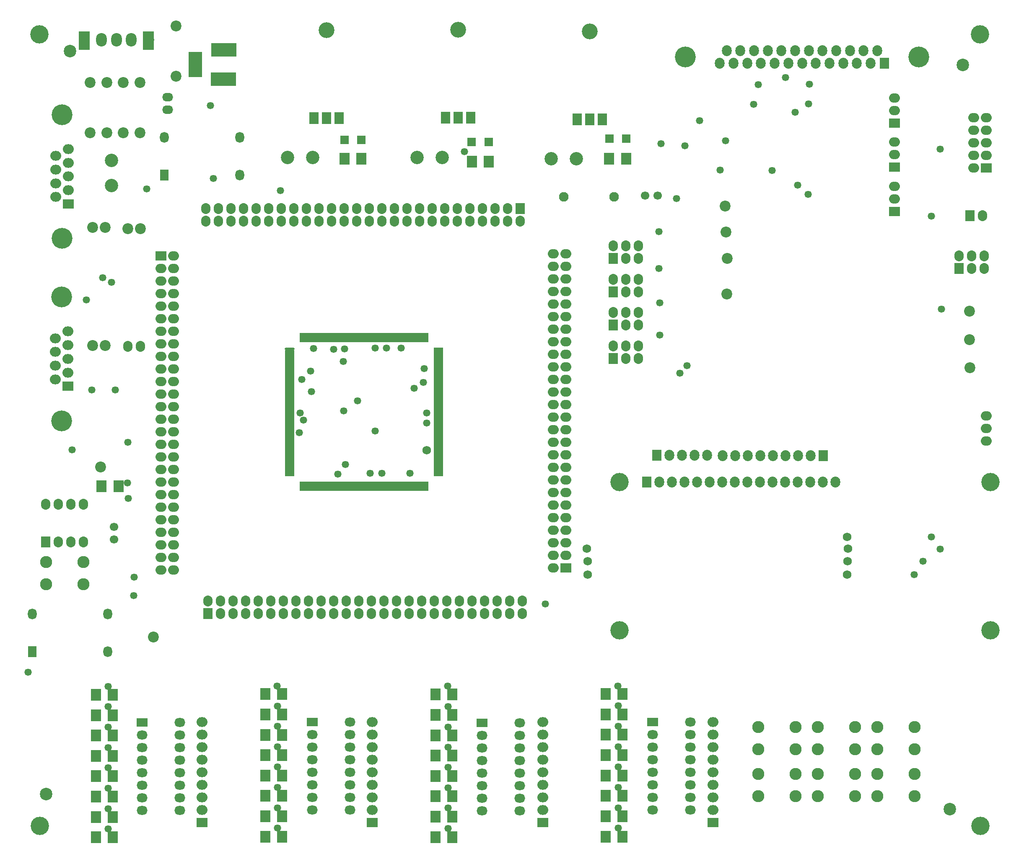
<source format=gts>
%FSLAX42Y42*%
%MOMM*%
G71*
G01*
G75*
%ADD10C,0.20*%
%ADD11R,1.90X2.29*%
%ADD12R,1.52X1.52*%
%ADD13R,0.28X1.78*%
%ADD14R,1.78X0.28*%
%ADD15R,1.78X0.28*%
%ADD16O,1.78X0.28*%
%ADD17C,1.00*%
%ADD18C,0.40*%
%ADD19C,0.50*%
%ADD20C,0.80*%
%ADD21C,0.70*%
%ADD22C,0.20*%
%ADD23C,0.25*%
%ADD24C,0.30*%
%ADD25C,1.00*%
%ADD26C,0.70*%
%ADD27C,0.65*%
%ADD28O,2.00X1.50*%
%ADD29C,2.00*%
%ADD30C,4.00*%
%ADD31O,1.75X2.00*%
%ADD32R,1.75X2.00*%
%ADD33O,2.00X1.70*%
%ADD34O,2.00X1.70*%
%ADD35R,2.00X1.70*%
%ADD36C,1.52*%
%ADD37R,1.70X2.00*%
%ADD38O,1.70X2.00*%
%ADD39O,1.60X2.00*%
%ADD40R,1.60X2.00*%
%ADD41R,1.70X2.00*%
%ADD42O,1.70X2.00*%
%ADD43C,1.50*%
%ADD44R,2.00X1.75*%
%ADD45O,2.00X1.75*%
%ADD46O,2.00X1.60*%
%ADD47R,2.00X1.60*%
%ADD48O,2.00X1.60*%
%ADD49R,1.75X2.00*%
%ADD50O,1.75X2.00*%
%ADD51C,3.50*%
%ADD52C,3.50*%
%ADD53C,2.25*%
%ADD54C,3.50*%
%ADD55C,2.50*%
%ADD56C,1.75*%
%ADD57C,1.50*%
%ADD58R,1.75X2.20*%
%ADD59R,1.75X2.20*%
%ADD60C,3.00*%
%ADD61R,5.00X2.50*%
%ADD62R,2.50X5.00*%
%ADD63C,2.00*%
%ADD64R,2.00X2.00*%
%ADD65O,2.00X2.50*%
%ADD66C,1.27*%
%ADD67R,0.91X0.91*%
%ADD68R,0.91X1.27*%
%ADD69O,0.61X3.05*%
%ADD70O,0.61X6.10*%
%ADD71O,3.81X0.80*%
%ADD72C,0.30*%
%ADD73C,0.25*%
%ADD74C,0.31*%
%ADD75C,0.54*%
%ADD76C,0.35*%
%ADD77R,2.11X2.49*%
%ADD78R,1.73X1.73*%
%ADD79R,0.48X1.98*%
%ADD80R,1.98X0.48*%
%ADD81R,1.98X0.48*%
%ADD82O,1.98X0.48*%
%ADD83O,2.20X1.70*%
%ADD84C,2.20*%
%ADD85C,4.20*%
%ADD86O,1.95X2.20*%
%ADD87R,1.95X2.20*%
%ADD88O,2.20X1.90*%
%ADD89O,2.20X1.90*%
%ADD90R,2.20X1.90*%
%ADD91C,1.73*%
%ADD92R,1.90X2.20*%
%ADD93O,1.90X2.20*%
%ADD94O,1.80X2.20*%
%ADD95R,1.80X2.20*%
%ADD96R,1.90X2.20*%
%ADD97O,1.90X2.20*%
%ADD98C,1.70*%
%ADD99R,2.20X1.95*%
%ADD100O,2.20X1.95*%
%ADD101O,2.20X1.80*%
%ADD102R,2.20X1.80*%
%ADD103O,2.20X1.80*%
%ADD104R,1.95X2.20*%
%ADD105O,1.95X2.20*%
%ADD106C,3.70*%
%ADD107C,3.70*%
%ADD108C,2.45*%
%ADD109C,3.70*%
%ADD110C,2.70*%
%ADD111C,1.95*%
%ADD112C,1.70*%
%ADD113R,1.95X2.40*%
%ADD114R,1.95X2.40*%
%ADD115C,3.20*%
%ADD116R,5.20X2.70*%
%ADD117R,2.70X5.20*%
%ADD118C,2.53*%
%ADD119C,2.20*%
%ADD120R,2.20X2.20*%
%ADD121O,2.20X2.70*%
%ADD122C,1.47*%
D77*
X23829Y12512D02*
D03*
X24172D02*
D03*
X16972Y14975D02*
D03*
X17315D02*
D03*
Y14564D02*
D03*
Y14152D02*
D03*
Y13741D02*
D03*
Y13329D02*
D03*
Y12918D02*
D03*
Y12506D02*
D03*
Y12095D02*
D03*
X20737Y14988D02*
D03*
Y14577D02*
D03*
Y14165D02*
D03*
Y13754D02*
D03*
Y13342D02*
D03*
Y12931D02*
D03*
Y12108D02*
D03*
X24172Y14980D02*
D03*
Y14569D02*
D03*
Y14157D02*
D03*
Y13746D02*
D03*
Y13334D02*
D03*
Y12923D02*
D03*
Y12100D02*
D03*
X27611Y14990D02*
D03*
Y14578D02*
D03*
Y14167D02*
D03*
Y13755D02*
D03*
Y13344D02*
D03*
Y12932D02*
D03*
Y12521D02*
D03*
Y12109D02*
D03*
X20394Y14577D02*
D03*
Y14165D02*
D03*
Y13754D02*
D03*
Y13342D02*
D03*
Y12931D02*
D03*
Y12108D02*
D03*
X23829Y14980D02*
D03*
Y14569D02*
D03*
Y14157D02*
D03*
Y13746D02*
D03*
Y13334D02*
D03*
Y12923D02*
D03*
Y12100D02*
D03*
X27268Y14990D02*
D03*
Y14578D02*
D03*
Y14167D02*
D03*
Y13755D02*
D03*
Y13344D02*
D03*
X16972Y14564D02*
D03*
X27268Y12932D02*
D03*
Y12521D02*
D03*
Y12109D02*
D03*
X16972Y14152D02*
D03*
Y13741D02*
D03*
Y13329D02*
D03*
Y12918D02*
D03*
Y12506D02*
D03*
Y12095D02*
D03*
X20394Y14988D02*
D03*
Y12519D02*
D03*
X20737D02*
D03*
X24566Y25755D02*
D03*
X24909D02*
D03*
X27341Y25814D02*
D03*
X27684D02*
D03*
X21994Y25814D02*
D03*
X22337D02*
D03*
X17084Y19189D02*
D03*
X17427D02*
D03*
D78*
X27686Y26217D02*
D03*
X24906Y26152D02*
D03*
X27343Y26217D02*
D03*
X24563Y26152D02*
D03*
X22337Y26194D02*
D03*
X21994D02*
D03*
D79*
X21112Y22199D02*
D03*
X21162D02*
D03*
X21212D02*
D03*
X21262D02*
D03*
X21312D02*
D03*
X21362D02*
D03*
X21412D02*
D03*
X21462D02*
D03*
X21512D02*
D03*
X21562D02*
D03*
X21612D02*
D03*
X21662D02*
D03*
X21712D02*
D03*
X21762D02*
D03*
X21812D02*
D03*
X21862D02*
D03*
X21912D02*
D03*
X21962D02*
D03*
X22012D02*
D03*
X22062D02*
D03*
X22112D02*
D03*
X22162D02*
D03*
X22212D02*
D03*
X22262D02*
D03*
X22312D02*
D03*
X22362D02*
D03*
X22412D02*
D03*
X22462D02*
D03*
X22512D02*
D03*
X22562D02*
D03*
X22612D02*
D03*
X22662D02*
D03*
X22712D02*
D03*
X22762D02*
D03*
X22812D02*
D03*
X22862D02*
D03*
X22912D02*
D03*
X22962D02*
D03*
X23012D02*
D03*
X23062D02*
D03*
X23112D02*
D03*
X23162D02*
D03*
X23212D02*
D03*
X23262D02*
D03*
X23312D02*
D03*
X23362D02*
D03*
X23412D02*
D03*
X23462D02*
D03*
X23512D02*
D03*
X23562D02*
D03*
X23612D02*
D03*
X23662D02*
D03*
Y19192D02*
D03*
X23612D02*
D03*
X23562D02*
D03*
X23512D02*
D03*
X23462D02*
D03*
X23412D02*
D03*
X23362D02*
D03*
X23312D02*
D03*
X23262D02*
D03*
X23212D02*
D03*
X23162D02*
D03*
X23112D02*
D03*
X23062D02*
D03*
X23012D02*
D03*
X22962D02*
D03*
X22912D02*
D03*
X22862D02*
D03*
X22812D02*
D03*
X22762D02*
D03*
X22712D02*
D03*
X22662D02*
D03*
X22612D02*
D03*
X22562D02*
D03*
X22512D02*
D03*
X22462D02*
D03*
X22412D02*
D03*
X22362D02*
D03*
X22312D02*
D03*
X22262D02*
D03*
X22212D02*
D03*
X22162D02*
D03*
X22112D02*
D03*
X22062D02*
D03*
X22012D02*
D03*
X21962D02*
D03*
X21912D02*
D03*
X21862D02*
D03*
X21812D02*
D03*
X21762D02*
D03*
X21712D02*
D03*
X21662D02*
D03*
X21612D02*
D03*
X21562D02*
D03*
X21512D02*
D03*
X21462D02*
D03*
X21412D02*
D03*
X21362D02*
D03*
X21312D02*
D03*
X21262D02*
D03*
X21212D02*
D03*
X21162D02*
D03*
X21112D02*
D03*
D80*
X23890Y21971D02*
D03*
Y21921D02*
D03*
Y21871D02*
D03*
Y21821D02*
D03*
Y21771D02*
D03*
Y21721D02*
D03*
Y21671D02*
D03*
Y21621D02*
D03*
Y21571D02*
D03*
Y21521D02*
D03*
Y21471D02*
D03*
Y21421D02*
D03*
Y21371D02*
D03*
Y21321D02*
D03*
Y21271D02*
D03*
Y21221D02*
D03*
Y21171D02*
D03*
Y21121D02*
D03*
Y20971D02*
D03*
Y20921D02*
D03*
Y20871D02*
D03*
Y20821D02*
D03*
Y20771D02*
D03*
Y20721D02*
D03*
Y20671D02*
D03*
Y20621D02*
D03*
Y20571D02*
D03*
Y20521D02*
D03*
Y20471D02*
D03*
Y20321D02*
D03*
Y20271D02*
D03*
Y20221D02*
D03*
Y20171D02*
D03*
Y20121D02*
D03*
Y20071D02*
D03*
Y20021D02*
D03*
Y19971D02*
D03*
Y19921D02*
D03*
Y19871D02*
D03*
Y19821D02*
D03*
Y19771D02*
D03*
Y19721D02*
D03*
Y19671D02*
D03*
Y19621D02*
D03*
Y19571D02*
D03*
Y19521D02*
D03*
Y19471D02*
D03*
Y19421D02*
D03*
X20883D02*
D03*
Y19471D02*
D03*
Y19521D02*
D03*
Y19571D02*
D03*
Y19621D02*
D03*
Y19671D02*
D03*
Y19721D02*
D03*
Y19771D02*
D03*
Y19821D02*
D03*
Y19871D02*
D03*
Y19921D02*
D03*
Y19971D02*
D03*
Y20021D02*
D03*
Y20071D02*
D03*
Y20121D02*
D03*
Y20171D02*
D03*
Y20221D02*
D03*
Y20271D02*
D03*
Y20321D02*
D03*
Y20371D02*
D03*
Y20421D02*
D03*
Y20471D02*
D03*
Y20521D02*
D03*
Y20571D02*
D03*
Y20621D02*
D03*
Y20671D02*
D03*
Y20721D02*
D03*
Y20771D02*
D03*
Y20821D02*
D03*
Y20871D02*
D03*
Y20921D02*
D03*
Y20971D02*
D03*
Y21021D02*
D03*
Y21071D02*
D03*
Y21121D02*
D03*
Y21171D02*
D03*
Y21221D02*
D03*
Y21271D02*
D03*
Y21321D02*
D03*
Y21371D02*
D03*
Y21421D02*
D03*
Y21471D02*
D03*
Y21521D02*
D03*
Y21571D02*
D03*
Y21621D02*
D03*
Y21671D02*
D03*
Y21721D02*
D03*
Y21771D02*
D03*
Y21821D02*
D03*
Y21871D02*
D03*
Y21921D02*
D03*
D81*
X23890Y21071D02*
D03*
Y21021D02*
D03*
Y20421D02*
D03*
Y20371D02*
D03*
D82*
X20883Y21971D02*
D03*
D83*
X18418Y27053D02*
D03*
Y26807D02*
D03*
D84*
X18593Y28497D02*
D03*
Y27481D02*
D03*
X17527Y26339D02*
D03*
Y27355D02*
D03*
X17862Y26339D02*
D03*
Y27355D02*
D03*
X17191Y26339D02*
D03*
Y27355D02*
D03*
X16856Y26339D02*
D03*
Y27355D02*
D03*
X17157Y24421D02*
D03*
X16903Y24421D02*
D03*
X17867Y24399D02*
D03*
X17613D02*
D03*
X29719Y23080D02*
D03*
X29726Y23801D02*
D03*
X29703Y24330D02*
D03*
X29680Y24858D02*
D03*
X34621Y22727D02*
D03*
Y22155D02*
D03*
X34628Y21586D02*
D03*
X18136Y16143D02*
D03*
X17067Y19585D02*
D03*
X16903Y22034D02*
D03*
X17157D02*
D03*
D85*
X28876Y27871D02*
D03*
X33595D02*
D03*
X16285Y26705D02*
D03*
Y24201D02*
D03*
X16277Y23019D02*
D03*
Y20514D02*
D03*
D86*
X29712Y27998D02*
D03*
X29989D02*
D03*
X30266D02*
D03*
X30542D02*
D03*
X30819D02*
D03*
X31096D02*
D03*
X31373D02*
D03*
X31650D02*
D03*
X31927D02*
D03*
X32204D02*
D03*
X32480D02*
D03*
X32757D02*
D03*
X29575Y27744D02*
D03*
X29851D02*
D03*
X30128D02*
D03*
X30405D02*
D03*
X30682D02*
D03*
X30959D02*
D03*
X31236D02*
D03*
X31513D02*
D03*
X31790D02*
D03*
X32066D02*
D03*
X32343D02*
D03*
X32620D02*
D03*
X29635Y19813D02*
D03*
X29889D02*
D03*
X30143D02*
D03*
X30397D02*
D03*
X30651D02*
D03*
X30905D02*
D03*
X31159D02*
D03*
X31413D02*
D03*
X28556Y19817D02*
D03*
X28810D02*
D03*
X29064D02*
D03*
X29318D02*
D03*
D87*
X32897Y27744D02*
D03*
X31667Y19813D02*
D03*
X28302Y19817D02*
D03*
D88*
X34959Y20363D02*
D03*
Y20109D02*
D03*
X26467Y17795D02*
D03*
Y18303D02*
D03*
X26213D02*
D03*
X26467Y18557D02*
D03*
X26213D02*
D03*
X26467Y18811D02*
D03*
X26213Y18811D02*
D03*
X26467Y19065D02*
D03*
X26213D02*
D03*
X26467Y19319D02*
D03*
X26213D02*
D03*
X26467Y19573D02*
D03*
X26213Y19827D02*
D03*
X26467Y20081D02*
D03*
Y20335D02*
D03*
X26213D02*
D03*
X26467Y20589D02*
D03*
Y20843D02*
D03*
X26213D02*
D03*
X26467Y21097D02*
D03*
X26213D02*
D03*
X26467Y21351D02*
D03*
X26213D02*
D03*
X26467Y21605D02*
D03*
X26213D02*
D03*
X26467Y21859D02*
D03*
Y22367D02*
D03*
X26213D02*
D03*
X26467Y22621D02*
D03*
X26213D02*
D03*
X26467Y22875D02*
D03*
X26213D02*
D03*
X26467Y23129D02*
D03*
X26213D02*
D03*
X26467Y23383D02*
D03*
X26213D02*
D03*
X26467Y23637D02*
D03*
X26213Y17795D02*
D03*
X26467Y18049D02*
D03*
Y19827D02*
D03*
X26213Y21859D02*
D03*
Y23637D02*
D03*
Y20081D02*
D03*
Y22113D02*
D03*
Y19573D02*
D03*
Y20589D02*
D03*
X26467Y22113D02*
D03*
Y23891D02*
D03*
X26213D02*
D03*
Y18049D02*
D03*
Y17541D02*
D03*
X34703Y25883D02*
D03*
X18544Y23852D02*
D03*
X18290Y23598D02*
D03*
X18544D02*
D03*
X18290Y23344D02*
D03*
X18544D02*
D03*
X18290Y23090D02*
D03*
X18544D02*
D03*
X18290Y22836D02*
D03*
X18544D02*
D03*
X18290Y22582D02*
D03*
X18544D02*
D03*
X18290Y22328D02*
D03*
X18544D02*
D03*
X18290Y22074D02*
D03*
X18290Y21566D02*
D03*
X18544D02*
D03*
X18290Y21312D02*
D03*
X18544D02*
D03*
X18290Y21058D02*
D03*
X18544D02*
D03*
Y20804D02*
D03*
Y20550D02*
D03*
Y20296D02*
D03*
X18290Y20042D02*
D03*
X18544D02*
D03*
X18290Y19788D02*
D03*
X18544D02*
D03*
X18290Y19534D02*
D03*
X18544Y19534D02*
D03*
X18290Y19280D02*
D03*
X18544D02*
D03*
X18290Y19026D02*
D03*
X18544Y18772D02*
D03*
X18290Y18518D02*
D03*
X18544D02*
D03*
X18290Y18264D02*
D03*
X18544D02*
D03*
X18290Y18010D02*
D03*
X18544D02*
D03*
X18290Y17756D02*
D03*
X33100Y24998D02*
D03*
Y25252D02*
D03*
Y26788D02*
D03*
X34957Y26645D02*
D03*
X33100Y27042D02*
D03*
X34957Y25883D02*
D03*
X33100Y25893D02*
D03*
X34957Y26137D02*
D03*
X33100Y26147D02*
D03*
X34703Y26391D02*
D03*
X18544Y21820D02*
D03*
Y19026D02*
D03*
Y17756D02*
D03*
Y22074D02*
D03*
X18290Y20550D02*
D03*
X34703Y26645D02*
D03*
Y25629D02*
D03*
X18290Y21820D02*
D03*
Y20804D02*
D03*
Y20296D02*
D03*
Y18772D02*
D03*
Y17502D02*
D03*
X18544Y17502D02*
D03*
X34703Y26137D02*
D03*
X34957Y26391D02*
D03*
D89*
X34959Y20617D02*
D03*
D90*
X26467Y17541D02*
D03*
X34957Y25629D02*
D03*
X33100Y24744D02*
D03*
Y26534D02*
D03*
Y25639D02*
D03*
X18290Y23852D02*
D03*
D91*
X32160Y17926D02*
D03*
X32144Y17406D02*
D03*
X32154Y17675D02*
D03*
X32142Y18168D02*
D03*
X26886Y17926D02*
D03*
X26902Y17675D02*
D03*
X26909Y17406D02*
D03*
X23653Y19920D02*
D03*
X19480Y27415D02*
D03*
X19642Y27415D02*
D03*
X19480Y28015D02*
D03*
X19655Y28015D02*
D03*
X18979Y27766D02*
D03*
Y27665D02*
D03*
D92*
X34630Y24659D02*
D03*
X19237Y16618D02*
D03*
X25540Y24802D02*
D03*
X27424Y23795D02*
D03*
Y21774D02*
D03*
Y22448D02*
D03*
Y23122D02*
D03*
X34410Y23590D02*
D03*
D93*
X34884Y24659D02*
D03*
X16723Y18826D02*
D03*
X16469D02*
D03*
X16215D02*
D03*
X15961D02*
D03*
X19745Y16618D02*
D03*
X34664Y23590D02*
D03*
X27678Y23795D02*
D03*
Y21774D02*
D03*
Y22448D02*
D03*
Y23122D02*
D03*
X19237Y16872D02*
D03*
X24825D02*
D03*
X25079Y16618D02*
D03*
X25540Y24548D02*
D03*
X25286Y24802D02*
D03*
Y24548D02*
D03*
X25032Y24802D02*
D03*
X24270Y24548D02*
D03*
X24016Y24802D02*
D03*
X23762Y24548D02*
D03*
X23508Y24802D02*
D03*
X21730Y24548D02*
D03*
X21476Y24802D02*
D03*
Y24548D02*
D03*
X20714D02*
D03*
X20460Y24802D02*
D03*
Y24548D02*
D03*
X20206Y24802D02*
D03*
X19952D02*
D03*
Y24548D02*
D03*
X19698Y24802D02*
D03*
Y24548D02*
D03*
X19444Y24802D02*
D03*
X23508Y24548D02*
D03*
X23254Y24548D02*
D03*
X19491Y16618D02*
D03*
X19444Y24548D02*
D03*
X24524Y24548D02*
D03*
X24270Y24802D02*
D03*
X23000Y24802D02*
D03*
X22746D02*
D03*
Y24548D02*
D03*
X22492Y24802D02*
D03*
Y24548D02*
D03*
X22238Y24802D02*
D03*
Y24548D02*
D03*
X21984Y24802D02*
D03*
X19745Y16872D02*
D03*
X19999Y16618D02*
D03*
Y16872D02*
D03*
X20253Y16618D02*
D03*
X20507D02*
D03*
Y16872D02*
D03*
X20761D02*
D03*
X21015Y16618D02*
D03*
Y16872D02*
D03*
X21269Y16618D02*
D03*
Y16872D02*
D03*
X21777Y16618D02*
D03*
Y16872D02*
D03*
X22031Y16618D02*
D03*
Y16872D02*
D03*
X22285Y16618D02*
D03*
X23254Y24802D02*
D03*
X24524Y24802D02*
D03*
X24778Y24548D02*
D03*
Y24802D02*
D03*
X19491Y16872D02*
D03*
X21222Y24548D02*
D03*
Y24802D02*
D03*
X22285Y16872D02*
D03*
X22539Y16618D02*
D03*
Y16872D02*
D03*
X22793D02*
D03*
X23047Y16618D02*
D03*
Y16872D02*
D03*
X23301Y16618D02*
D03*
Y16872D02*
D03*
X23555Y16618D02*
D03*
X23809Y16872D02*
D03*
X24063Y16618D02*
D03*
Y16872D02*
D03*
X24317Y16618D02*
D03*
Y16872D02*
D03*
X24571Y16618D02*
D03*
Y16872D02*
D03*
X25333Y16618D02*
D03*
Y16872D02*
D03*
X25587Y16618D02*
D03*
X20968Y24548D02*
D03*
Y24802D02*
D03*
X34918Y23590D02*
D03*
X24016Y24548D02*
D03*
X21984D02*
D03*
X20206D02*
D03*
X19190D02*
D03*
X27424Y24049D02*
D03*
X27678Y24049D02*
D03*
X27932Y24049D02*
D03*
X27424Y22028D02*
D03*
X27678D02*
D03*
X27932D02*
D03*
X20253Y16872D02*
D03*
X21523D02*
D03*
X23809Y16618D02*
D03*
X25587Y16872D02*
D03*
X27424Y22702D02*
D03*
X27678D02*
D03*
X27932D02*
D03*
X27424Y23376D02*
D03*
X27678D02*
D03*
X27932D02*
D03*
X21523Y16618D02*
D03*
X23555Y16872D02*
D03*
X23762Y24802D02*
D03*
X21730D02*
D03*
X27932Y23795D02*
D03*
Y21774D02*
D03*
Y22448D02*
D03*
Y23122D02*
D03*
X20761Y16618D02*
D03*
X22793D02*
D03*
X24825D02*
D03*
X25079Y16872D02*
D03*
X23000Y24548D02*
D03*
X20714Y24802D02*
D03*
X19190D02*
D03*
X25032Y24548D02*
D03*
X34410Y23844D02*
D03*
X34664D02*
D03*
X34918D02*
D03*
X17867Y22022D02*
D03*
X17613D02*
D03*
D94*
X15690Y16605D02*
D03*
X17214D02*
D03*
Y15843D02*
D03*
X18352Y26246D02*
D03*
X19876D02*
D03*
Y25484D02*
D03*
D95*
X15690Y15843D02*
D03*
X18352Y25484D02*
D03*
D96*
X15961Y18064D02*
D03*
D97*
X16215D02*
D03*
X16469D02*
D03*
X16723D02*
D03*
D98*
X17336Y18368D02*
D03*
Y18114D02*
D03*
D99*
X29434Y12394D02*
D03*
X25995D02*
D03*
X19117D02*
D03*
X22556D02*
D03*
X16412Y24899D02*
D03*
X16404Y21213D02*
D03*
D100*
X29434Y14426D02*
D03*
Y14172D02*
D03*
Y13918D02*
D03*
Y13664D02*
D03*
Y13410D02*
D03*
Y13156D02*
D03*
Y12902D02*
D03*
Y12648D02*
D03*
X25995Y14426D02*
D03*
Y14172D02*
D03*
Y13918D02*
D03*
Y13664D02*
D03*
Y13410D02*
D03*
Y13156D02*
D03*
Y12902D02*
D03*
Y12648D02*
D03*
X19117D02*
D03*
Y12902D02*
D03*
Y13156D02*
D03*
Y13410D02*
D03*
Y13664D02*
D03*
Y13918D02*
D03*
Y14172D02*
D03*
Y14426D02*
D03*
X22556Y12648D02*
D03*
Y12902D02*
D03*
Y13156D02*
D03*
Y13410D02*
D03*
Y13664D02*
D03*
Y13918D02*
D03*
Y14172D02*
D03*
Y14426D02*
D03*
X16158Y25870D02*
D03*
Y25593D02*
D03*
Y25316D02*
D03*
Y25039D02*
D03*
X16412Y26007D02*
D03*
Y25730D02*
D03*
Y25453D02*
D03*
Y25176D02*
D03*
X16150Y22183D02*
D03*
Y21906D02*
D03*
Y21629D02*
D03*
Y21352D02*
D03*
X16404Y22320D02*
D03*
Y22043D02*
D03*
Y21767D02*
D03*
Y21490D02*
D03*
D101*
X28214Y12649D02*
D03*
Y12903D02*
D03*
Y13157D02*
D03*
Y13411D02*
D03*
Y13665D02*
D03*
Y13919D02*
D03*
Y14173D02*
D03*
X28976Y14427D02*
D03*
Y14173D02*
D03*
Y13919D02*
D03*
Y13665D02*
D03*
Y13411D02*
D03*
Y13157D02*
D03*
Y12903D02*
D03*
X25531Y12883D02*
D03*
Y13137D02*
D03*
Y13391D02*
D03*
Y13645D02*
D03*
Y13899D02*
D03*
Y14153D02*
D03*
Y14407D02*
D03*
X24769Y14153D02*
D03*
Y13899D02*
D03*
Y13645D02*
D03*
Y13391D02*
D03*
Y13137D02*
D03*
Y12883D02*
D03*
Y12629D02*
D03*
X21340Y14172D02*
D03*
Y13918D02*
D03*
Y13664D02*
D03*
Y13410D02*
D03*
Y13156D02*
D03*
Y12902D02*
D03*
Y12648D02*
D03*
X22102Y12902D02*
D03*
Y13156D02*
D03*
Y13410D02*
D03*
Y13664D02*
D03*
Y13918D02*
D03*
Y14172D02*
D03*
Y14426D02*
D03*
X18666Y14420D02*
D03*
Y14166D02*
D03*
Y13912D02*
D03*
Y13658D02*
D03*
Y13404D02*
D03*
Y13150D02*
D03*
Y12896D02*
D03*
X17904D02*
D03*
Y13150D02*
D03*
Y13404D02*
D03*
Y13658D02*
D03*
Y13912D02*
D03*
Y14166D02*
D03*
D102*
X28214Y14427D02*
D03*
X24769Y14407D02*
D03*
X21340Y14426D02*
D03*
X17904Y14420D02*
D03*
D103*
X28976Y12649D02*
D03*
X25531Y12629D02*
D03*
X22102Y12648D02*
D03*
X18666Y12642D02*
D03*
X17904Y12642D02*
D03*
D104*
X28097Y19275D02*
D03*
D105*
X28351D02*
D03*
X28605D02*
D03*
X28859D02*
D03*
X29113D02*
D03*
X29367D02*
D03*
X29621D02*
D03*
X29875D02*
D03*
X30129D02*
D03*
X30383D02*
D03*
X30637D02*
D03*
X30891D02*
D03*
X31145D02*
D03*
X31399D02*
D03*
X31653D02*
D03*
X31907D02*
D03*
D106*
X27551Y16278D02*
D03*
Y19275D02*
D03*
X35044D02*
D03*
D107*
Y16278D02*
D03*
D108*
X15969Y17661D02*
D03*
X16719D02*
D03*
X15969Y17211D02*
D03*
X16719D02*
D03*
X30353Y13372D02*
D03*
X31103D02*
D03*
X30353Y14323D02*
D03*
X31103D02*
D03*
X31554Y13372D02*
D03*
X32304D02*
D03*
X31554Y14323D02*
D03*
X32304D02*
D03*
X32756D02*
D03*
X33506D02*
D03*
X32756Y13873D02*
D03*
X33506D02*
D03*
X31554D02*
D03*
X32304D02*
D03*
X30353D02*
D03*
X31103D02*
D03*
X31554Y12922D02*
D03*
X32304D02*
D03*
X30353D02*
D03*
X31103D02*
D03*
X33506D02*
D03*
X32756D02*
D03*
X33506Y13372D02*
D03*
X32756D02*
D03*
D109*
X15835Y12323D02*
D03*
X34835D02*
D03*
X34827Y28324D02*
D03*
X15832Y28327D02*
D03*
D110*
X21355Y25836D02*
D03*
X20847D02*
D03*
X26676Y25814D02*
D03*
X26168D02*
D03*
X23966Y25836D02*
D03*
X23458D02*
D03*
X17286Y25780D02*
D03*
Y25272D02*
D03*
D111*
X26424Y25042D02*
D03*
X27440D02*
D03*
D112*
X28322Y25070D02*
D03*
X28068D02*
D03*
D113*
X21888Y26636D02*
D03*
X21634D02*
D03*
X24293Y26638D02*
D03*
X24039D02*
D03*
X27199Y26608D02*
D03*
X26945Y26608D02*
D03*
X26691D02*
D03*
D114*
X21380Y26636D02*
D03*
X24547Y26638D02*
D03*
D115*
X21634Y28414D02*
D03*
X24293Y28416D02*
D03*
X26945Y28386D02*
D03*
D116*
X19551Y27420D02*
D03*
X19556Y28015D02*
D03*
D117*
X18979Y27715D02*
D03*
D118*
X34486Y27708D02*
D03*
X34218Y12663D02*
D03*
X15964Y12966D02*
D03*
X16448Y27986D02*
D03*
D119*
X18038Y28214D02*
D03*
D120*
X16738D02*
D03*
Y28278D02*
D03*
Y28125D02*
D03*
X18036Y28214D02*
D03*
Y28278D02*
D03*
Y28125D02*
D03*
D121*
X17088Y28214D02*
D03*
X17388D02*
D03*
X17688D02*
D03*
D122*
X17621Y20083D02*
D03*
X17623Y18942D02*
D03*
X24418Y25958D02*
D03*
X28911Y21630D02*
D03*
X28764Y21475D02*
D03*
X20697Y25168D02*
D03*
X28362Y22897D02*
D03*
Y22252D02*
D03*
X28342Y23593D02*
D03*
X22256Y20916D02*
D03*
X21977Y20713D02*
D03*
X22614Y20306D02*
D03*
X33503Y17403D02*
D03*
X33844Y24652D02*
D03*
X33851Y18168D02*
D03*
X34029Y17924D02*
D03*
X33676Y17675D02*
D03*
X34024Y26011D02*
D03*
X26051Y16809D02*
D03*
X17737Y16981D02*
D03*
X17740Y17350D02*
D03*
X30262Y26910D02*
D03*
X31367Y26918D02*
D03*
X30902Y27454D02*
D03*
X30354Y27307D02*
D03*
X31380Y27317D02*
D03*
X31359Y25092D02*
D03*
X31144Y25275D02*
D03*
X29691Y26176D02*
D03*
X29577Y25583D02*
D03*
X27520Y12282D02*
D03*
Y12693D02*
D03*
Y13107D02*
D03*
Y13519D02*
D03*
Y13928D02*
D03*
Y14342D02*
D03*
Y14751D02*
D03*
X27515Y15152D02*
D03*
X24084Y12271D02*
D03*
Y12687D02*
D03*
Y13096D02*
D03*
Y13919D02*
D03*
Y13508D02*
D03*
Y14326D02*
D03*
Y14737D02*
D03*
X24079Y15149D02*
D03*
X20638Y12283D02*
D03*
Y12692D02*
D03*
Y13106D02*
D03*
Y13518D02*
D03*
Y13924D02*
D03*
Y14338D02*
D03*
Y14745D02*
D03*
X20628Y15154D02*
D03*
X17222Y12269D02*
D03*
Y12676D02*
D03*
Y13087D02*
D03*
Y13504D02*
D03*
Y13905D02*
D03*
Y14319D02*
D03*
Y14741D02*
D03*
Y15147D02*
D03*
X17113Y23410D02*
D03*
X17288Y23316D02*
D03*
X19284Y26887D02*
D03*
X16780Y22956D02*
D03*
X21324Y21109D02*
D03*
X21969Y21713D02*
D03*
X23397Y21170D02*
D03*
X22010Y19628D02*
D03*
X22515Y19453D02*
D03*
X23313Y19450D02*
D03*
X23651Y20670D02*
D03*
X23587Y21294D02*
D03*
X22614Y21983D02*
D03*
X21771Y21957D02*
D03*
X21370Y21978D02*
D03*
X23140Y21983D02*
D03*
X21164Y20532D02*
D03*
X21309Y21518D02*
D03*
X23651Y20469D02*
D03*
X23602Y21569D02*
D03*
X22845Y21985D02*
D03*
X21992Y21970D02*
D03*
X21128Y21350D02*
D03*
X21095Y20670D02*
D03*
X21860Y19440D02*
D03*
X29168Y26585D02*
D03*
X22749Y19453D02*
D03*
X28700Y25005D02*
D03*
X31099Y26754D02*
D03*
X30630Y25577D02*
D03*
X15601Y15430D02*
D03*
X21080Y20271D02*
D03*
X18002Y25206D02*
D03*
X28342Y24335D02*
D03*
X34047Y22775D02*
D03*
X28390Y26115D02*
D03*
X28873Y26077D02*
D03*
X19341Y25412D02*
D03*
X16490Y19925D02*
D03*
X17610Y19255D02*
D03*
X16889Y21141D02*
D03*
X17364D02*
D03*
M02*

</source>
